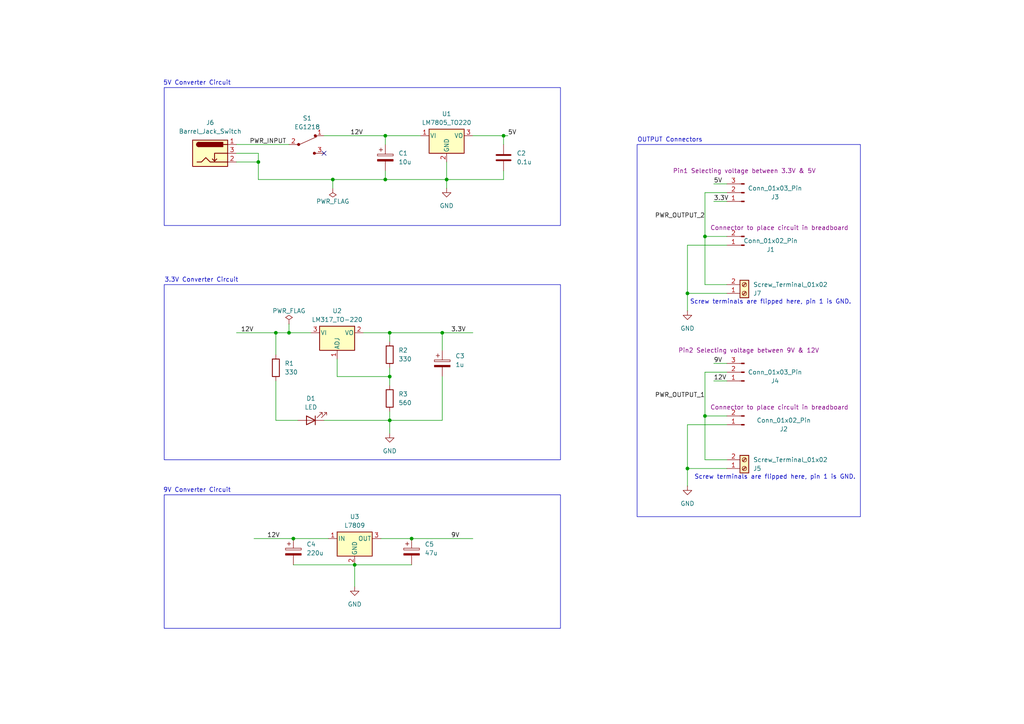
<source format=kicad_sch>
(kicad_sch (version 20231120) (generator "eeschema") (generator_version "8.0")
  (paper "A4")
  (title_block (title "Bread-Board Power supply") (date "2024-08-31") (rev "1") (company "Brijraj Kacha"))
  (lib_symbols
    (symbol "Connector:Barrel_Jack_Switch" (pin_names hide)
      (property "Reference" "J" (at 0 5.334 0))
      (property "Value" "Barrel_Jack_Switch" (at 0 -5.08 0))
      (symbol "Barrel_Jack_Switch_0_1"
        (rectangle (start -5.08 3.81) (end 5.08 -3.81) (stroke (width 0.254)) (fill (type background)))
        (arc (start -3.302 3.175) (mid -3.9343 2.54) (end -3.302 1.905) (stroke (width 0.254)))
        (arc (start -3.302 3.175) (mid -3.9343 2.54) (end -3.302 1.905) (stroke (width 0.254)) (fill (type outline)))
        (polyline (pts (xy 1.27 -2.286) (xy 1.905 -1.651)) (stroke (width 0.254)))
        (polyline (pts (xy 5.08 2.54) (xy 3.81 2.54)) (stroke (width 0.254)))
        (polyline (pts (xy 5.08 0) (xy 1.27 0) (xy 1.27 -2.286) (xy 0.635 -1.651)) (stroke (width 0.254)))
        (polyline (pts (xy -3.81 -2.54) (xy -2.54 -2.54) (xy -1.27 -1.27) (xy 0 -2.54) (xy 2.54 -2.54) (xy 5.08 -2.54)) (stroke (width 0.254)))
        (rectangle (start 3.683 3.175) (end -3.302 1.905) (stroke (width 0.254)) (fill (type outline)))
      )
      (symbol "Barrel_Jack_Switch_1_1"
        (pin passive line (at 7.62 2.54 180) (length 2.54) (name "~") (number "1"))
        (pin passive line (at 7.62 -2.54 180) (length 2.54) (name "~") (number "2"))
        (pin passive line (at 7.62 0 180) (length 2.54) (name "~") (number "3"))
      )
    )
    (symbol "Connector:Conn_01x02_Pin" (pin_names (offset 1.016) hide)
      (property "Reference" "J" (at 0 2.54 0))
      (property "Value" "Conn_01x02_Pin" (at 0 -5.08 0))
      (symbol "Conn_01x02_Pin_1_1"
        (polyline (pts (xy 1.27 -2.54) (xy 0.8636 -2.54)) (stroke (width 0.1524)))
        (polyline (pts (xy 1.27 0) (xy 0.8636 0)) (stroke (width 0.1524)))
        (rectangle (start 0.8636 -2.413) (end 0 -2.667) (stroke (width 0.1524)) (fill (type outline)))
        (rectangle (start 0.8636 0.127) (end 0 -0.127) (stroke (width 0.1524)) (fill (type outline)))
        (pin passive line (at 5.08 0 180) (length 3.81) (name "Pin_1") (number "1"))
        (pin passive line (at 5.08 -2.54 180) (length 3.81) (name "Pin_2") (number "2"))
      )
    )
    (symbol "Connector:Conn_01x03_Pin" (pin_names (offset 1.016) hide)
      (property "Reference" "J" (at 0 5.08 0))
      (property "Value" "Conn_01x03_Pin" (at 0 -5.08 0))
      (symbol "Conn_01x03_Pin_1_1"
        (polyline (pts (xy 1.27 -2.54) (xy 0.8636 -2.54)) (stroke (width 0.1524)))
        (polyline (pts (xy 1.27 0) (xy 0.8636 0)) (stroke (width 0.1524)))
        (polyline (pts (xy 1.27 2.54) (xy 0.8636 2.54)) (stroke (width 0.1524)))
        (rectangle (start 0.8636 -2.413) (end 0 -2.667) (stroke (width 0.1524)) (fill (type outline)))
        (rectangle (start 0.8636 0.127) (end 0 -0.127) (stroke (width 0.1524)) (fill (type outline)))
        (rectangle (start 0.8636 2.667) (end 0 2.413) (stroke (width 0.1524)) (fill (type outline)))
        (pin passive line (at 5.08 2.54 180) (length 3.81) (name "Pin_1") (number "1"))
        (pin passive line (at 5.08 0 180) (length 3.81) (name "Pin_2") (number "2"))
        (pin passive line (at 5.08 -2.54 180) (length 3.81) (name "Pin_3") (number "3"))
      )
    )
    (symbol "Connector:Screw_Terminal_01x02" (pin_names (offset 1.016) hide)
      (property "Reference" "J" (at 0 2.54 0))
      (property "Value" "Screw_Terminal_01x02" (at 0 -5.08 0))
      (symbol "Screw_Terminal_01x02_1_1"
        (rectangle (start -1.27 1.27) (end 1.27 -3.81) (stroke (width 0.254)) (fill (type background)))
        (circle (center 0 -2.54) (radius 0.635) (stroke (width 0.1524)))
        (polyline (pts (xy -0.5334 -2.2098) (xy 0.3302 -3.048)) (stroke (width 0.1524)))
        (polyline (pts (xy -0.5334 0.3302) (xy 0.3302 -0.508)) (stroke (width 0.1524)))
        (polyline (pts (xy -0.3556 -2.032) (xy 0.508 -2.8702)) (stroke (width 0.1524)))
        (polyline (pts (xy -0.3556 0.508) (xy 0.508 -0.3302)) (stroke (width 0.1524)))
        (circle (center 0 0) (radius 0.635) (stroke (width 0.1524)))
        (pin passive line (at -5.08 0 0) (length 3.81) (name "Pin_1") (number "1"))
        (pin passive line (at -5.08 -2.54 0) (length 3.81) (name "Pin_2") (number "2"))
      )
    )
    (symbol "Device:C" (pin_numbers hide) (pin_names (offset 0.254))
      (property "Reference" "C" (at 0.635 2.54 0))
      (property "Value" "C" (at 0.635 -2.54 0))
      (symbol "C_0_1"
        (polyline (pts (xy -2.032 -0.762) (xy 2.032 -0.762)) (stroke (width 0.508)))
        (polyline (pts (xy -2.032 0.762) (xy 2.032 0.762)) (stroke (width 0.508)))
      )
      (symbol "C_1_1"
        (pin passive line (at 0 3.81 270) (length 2.794) (name "~") (number "1"))
        (pin passive line (at 0 -3.81 90) (length 2.794) (name "~") (number "2"))
      )
    )
    (symbol "Device:C_Polarized" (pin_numbers hide) (pin_names (offset 0.254))
      (property "Reference" "C" (at 0.635 2.54 0))
      (property "Value" "C_Polarized" (at 0.635 -2.54 0))
      (symbol "C_Polarized_0_1"
        (rectangle (start -2.286 0.508) (end 2.286 1.016))
        (polyline (pts (xy -1.778 2.286) (xy -0.762 2.286)))
        (polyline (pts (xy -1.27 2.794) (xy -1.27 1.778)))
        (rectangle (start 2.286 -0.508) (end -2.286 -1.016) (fill (type outline)))
      )
      (symbol "C_Polarized_1_1"
        (pin passive line (at 0 3.81 270) (length 2.794) (name "~") (number "1"))
        (pin passive line (at 0 -3.81 90) (length 2.794) (name "~") (number "2"))
      )
    )
    (symbol "Device:LED" (pin_numbers hide) (pin_names (offset 1.016) hide)
      (property "Reference" "D" (at 0 2.54 0))
      (property "Value" "LED" (at 0 -2.54 0))
      (symbol "LED_0_1"
        (polyline (pts (xy -1.27 -1.27) (xy -1.27 1.27)) (stroke (width 0.254)))
        (polyline (pts (xy -1.27 0) (xy 1.27 0)))
        (polyline (pts (xy 1.27 -1.27) (xy 1.27 1.27) (xy -1.27 0) (xy 1.27 -1.27)) (stroke (width 0.254)))
        (polyline (pts (xy -3.048 -0.762) (xy -4.572 -2.286) (xy -3.81 -2.286) (xy -4.572 -2.286) (xy -4.572 -1.524)))
        (polyline (pts (xy -1.778 -0.762) (xy -3.302 -2.286) (xy -2.54 -2.286) (xy -3.302 -2.286) (xy -3.302 -1.524)))
      )
      (symbol "LED_1_1"
        (pin passive line (at -3.81 0 0) (length 2.54) (name "K") (number "1"))
        (pin passive line (at 3.81 0 180) (length 2.54) (name "A") (number "2"))
      )
    )
    (symbol "Device:R" (pin_numbers hide) (pin_names (offset 0))
      (property "Reference" "R" (at 2.032 0 90))
      (property "Value" "R" (at 0 0 90))
      (symbol "R_0_1"
        (rectangle (start -1.016 -2.54) (end 1.016 2.54) (stroke (width 0.254)))
      )
      (symbol "R_1_1"
        (pin passive line (at 0 3.81 270) (length 1.27) (name "~") (number "1"))
        (pin passive line (at 0 -3.81 90) (length 1.27) (name "~") (number "2"))
      )
    )
    (symbol "Regulator_Linear:L7809" (pin_names (offset 0.254))
      (property "Reference" "U" (at -3.81 3.175 0))
      (property "Value" "L7809" (at 0 3.175 0))
      (symbol "L7809_0_1"
        (rectangle (start -5.08 1.905) (end 5.08 -5.08) (stroke (width 0.254)) (fill (type background)))
      )
      (symbol "L7809_1_1"
        (pin power_in line (at -7.62 0 0) (length 2.54) (name "IN") (number "1"))
        (pin power_in line (at 0 -7.62 90) (length 2.54) (name "GND") (number "2"))
        (pin power_out line (at 7.62 0 180) (length 2.54) (name "OUT") (number "3"))
      )
    )
    (symbol "Regulator_Linear:LM317_TO-220" (pin_names (offset 0.254))
      (property "Reference" "U" (at -3.81 3.175 0))
      (property "Value" "LM317_TO-220" (at 0 3.175 0))
      (symbol "LM317_TO-220_0_1"
        (rectangle (start -5.08 1.905) (end 5.08 -5.08) (stroke (width 0.254)) (fill (type background)))
      )
      (symbol "LM317_TO-220_1_1"
        (pin input line (at 0 -7.62 90) (length 2.54) (name "ADJ") (number "1"))
        (pin power_out line (at 7.62 0 180) (length 2.54) (name "VO") (number "2"))
        (pin power_in line (at -7.62 0 0) (length 2.54) (name "VI") (number "3"))
      )
    )
    (symbol "Regulator_Linear:LM7805_TO220" (pin_names (offset 0.254))
      (property "Reference" "U" (at -3.81 3.175 0))
      (property "Value" "LM7805_TO220" (at 0 3.175 0))
      (symbol "LM7805_TO220_0_1"
        (rectangle (start -5.08 1.905) (end 5.08 -5.08) (stroke (width 0.254)) (fill (type background)))
      )
      (symbol "LM7805_TO220_1_1"
        (pin power_in line (at -7.62 0 0) (length 2.54) (name "VI") (number "1"))
        (pin power_in line (at 0 -7.62 90) (length 2.54) (name "GND") (number "2"))
        (pin power_out line (at 7.62 0 180) (length 2.54) (name "VO") (number "3"))
      )
    )
    (symbol "dk_Slide-Switches:EG1218" (pin_names (offset 0))
      (property "Reference" "S" (at -3.81 2.286 0))
      (property "Value" "EG1218" (at 0 -5.334 0))
      (symbol "EG1218_0_1"
        (circle (center -2.286 0) (radius 0.3556) (fill (type outline)))
        (polyline (pts (xy -2.032 0) (xy 3.048 2.286)))
        (circle (center 2.286 -2.54) (radius 0.3556) (fill (type outline)))
        (circle (center 2.54 2.54) (radius 0.3556) (fill (type outline)))
      )
      (symbol "EG1218_1_1"
        (pin passive line (at 5.08 2.54 180) (length 2.54) (name "~") (number "1"))
        (pin passive line (at -5.08 0 0) (length 2.54) (name "~") (number "2"))
        (pin passive line (at 5.08 -2.54 180) (length 2.54) (name "~") (number "3"))
      )
    )
    (symbol "power:GND" (power) (pin_numbers hide) (pin_names (offset 0) hide)
      (property "Value" "GND" (at 0 -3.81 0))
      (symbol "GND_0_1"
        (polyline (pts (xy 0 0) (xy 0 -1.27) (xy 1.27 -1.27) (xy 0 -2.54) (xy -1.27 -1.27) (xy 0 -1.27)))
      )
      (symbol "GND_1_1"
        (pin power_in line (at 0 0 270) (length 0) (name "~") (number "1"))
      )
    )
    (symbol "power:PWR_FLAG" (power) (pin_numbers hide) (pin_names (offset 0) hide)
      (property "Value" "PWR_FLAG" (at 0 3.81 0))
      (symbol "PWR_FLAG_0_0"
        (pin power_out line (at 0 0 90) (length 0) (name "~") (number "1"))
      )
      (symbol "PWR_FLAG_0_1"
        (polyline (pts (xy 0 0) (xy 0 1.27) (xy -1.016 1.905) (xy 0 2.54) (xy 1.016 1.905) (xy 0 1.27)))
      )
    )
  )
  (junction (at 113.03 121.92))
  (junction (at 85.09 156.21))
  (junction (at 129.54 52.07))
  (junction (at 111.76 52.07))
  (junction (at 102.87 163.83))
  (junction (at 111.76 39.37))
  (junction (at 199.39 135.89))
  (junction (at 74.93 46.99))
  (junction (at 80.01 96.52))
  (junction (at 146.05 39.37))
  (junction (at 204.47 120.65))
  (junction (at 128.27 96.52))
  (junction (at 96.52 52.07))
  (junction (at 113.03 109.22))
  (junction (at 119.38 156.21))
  (junction (at 113.03 96.52))
  (junction (at 204.47 68.58))
  (junction (at 83.82 96.52))
  (junction (at 199.39 85.09))
  (no_connect (at 93.98 44.45))
  (wire (pts (xy 207.01 110.49) (xy 210.82 110.49)))
  (wire (pts (xy 68.58 41.91) (xy 83.82 41.91)))
  (wire (pts (xy 119.38 156.21) (xy 137.16 156.21)))
  (wire (pts (xy 110.49 156.21) (xy 119.38 156.21)))
  (wire (pts (xy 128.27 121.92) (xy 113.03 121.92)))
  (wire (pts (xy 111.76 49.53) (xy 111.76 52.07)))
  (wire (pts (xy 113.03 96.52) (xy 128.27 96.52)))
  (wire (pts (xy 93.98 121.92) (xy 113.03 121.92)))
  (wire (pts (xy 80.01 110.49) (xy 80.01 121.92)))
  (wire (pts (xy 113.03 119.38) (xy 113.03 121.92)))
  (wire (pts (xy 105.41 96.52) (xy 113.03 96.52)))
  (wire (pts (xy 74.93 46.99) (xy 74.93 52.07)))
  (wire (pts (xy 102.87 163.83) (xy 102.87 170.18)))
  (wire (pts (xy 74.93 44.45) (xy 74.93 46.99)))
  (wire (pts (xy 74.93 52.07) (xy 96.52 52.07)))
  (wire (pts (xy 80.01 96.52) (xy 80.01 102.87)))
  (wire (pts (xy 199.39 123.19) (xy 199.39 135.89)))
  (wire (pts (xy 111.76 52.07) (xy 129.54 52.07)))
  (wire (pts (xy 199.39 123.19) (xy 210.82 123.19)))
  (wire (pts (xy 199.39 135.89) (xy 199.39 140.97)))
  (wire (pts (xy 68.58 44.45) (xy 74.93 44.45)))
  (wire (pts (xy 97.79 109.22) (xy 113.03 109.22)))
  (wire (pts (xy 128.27 96.52) (xy 137.16 96.52)))
  (wire (pts (xy 210.82 85.09) (xy 199.39 85.09)))
  (wire (pts (xy 204.47 68.58) (xy 204.47 82.55)))
  (wire (pts (xy 111.76 39.37) (xy 111.76 41.91)))
  (wire (pts (xy 96.52 52.07) (xy 111.76 52.07)))
  (wire (pts (xy 210.82 82.55) (xy 204.47 82.55)))
  (wire (pts (xy 113.03 109.22) (xy 113.03 111.76)))
  (wire (pts (xy 146.05 39.37) (xy 147.32 39.37)))
  (wire (pts (xy 83.82 96.52) (xy 90.17 96.52)))
  (wire (pts (xy 128.27 109.22) (xy 128.27 121.92)))
  (wire (pts (xy 73.66 156.21) (xy 85.09 156.21)))
  (wire (pts (xy 96.52 52.07) (xy 96.52 54.61)))
  (wire (pts (xy 102.87 163.83) (xy 119.38 163.83)))
  (wire (pts (xy 210.82 107.95) (xy 204.47 107.95)))
  (wire (pts (xy 146.05 49.53) (xy 146.05 52.07)))
  (wire (pts (xy 68.58 96.52) (xy 80.01 96.52)))
  (wire (pts (xy 80.01 96.52) (xy 83.82 96.52)))
  (wire (pts (xy 113.03 96.52) (xy 113.03 99.06)))
  (wire (pts (xy 204.47 120.65) (xy 210.82 120.65)))
  (wire (pts (xy 129.54 46.99) (xy 129.54 52.07)))
  (wire (pts (xy 199.39 71.12) (xy 199.39 85.09)))
  (wire (pts (xy 207.01 58.42) (xy 210.82 58.42)))
  (wire (pts (xy 97.79 104.14) (xy 97.79 109.22)))
  (wire (pts (xy 199.39 71.12) (xy 210.82 71.12)))
  (wire (pts (xy 207.01 105.41) (xy 210.82 105.41)))
  (wire (pts (xy 204.47 68.58) (xy 210.82 68.58)))
  (wire (pts (xy 204.47 107.95) (xy 204.47 120.65)))
  (wire (pts (xy 85.09 156.21) (xy 95.25 156.21)))
  (wire (pts (xy 129.54 52.07) (xy 129.54 54.61)))
  (wire (pts (xy 146.05 39.37) (xy 146.05 41.91)))
  (wire (pts (xy 111.76 39.37) (xy 121.92 39.37)))
  (wire (pts (xy 204.47 133.35) (xy 210.82 133.35)))
  (wire (pts (xy 207.01 53.34) (xy 210.82 53.34)))
  (wire (pts (xy 85.09 163.83) (xy 102.87 163.83)))
  (wire (pts (xy 146.05 52.07) (xy 129.54 52.07)))
  (wire (pts (xy 93.98 39.37) (xy 111.76 39.37)))
  (wire (pts (xy 68.58 46.99) (xy 74.93 46.99)))
  (wire (pts (xy 128.27 96.52) (xy 128.27 101.6)))
  (wire (pts (xy 113.03 109.22) (xy 113.03 106.68)))
  (wire (pts (xy 113.03 121.92) (xy 113.03 125.73)))
  (wire (pts (xy 199.39 135.89) (xy 210.82 135.89)))
  (wire (pts (xy 204.47 55.88) (xy 204.47 68.58)))
  (wire (pts (xy 204.47 55.88) (xy 210.82 55.88)))
  (wire (pts (xy 204.47 133.35) (xy 204.47 120.65)))
  (wire (pts (xy 83.82 96.52) (xy 83.82 93.98)))
  (wire (pts (xy 80.01 121.92) (xy 86.36 121.92)))
  (wire (pts (xy 137.16 39.37) (xy 146.05 39.37)))
  (wire (pts (xy 199.39 85.09) (xy 199.39 90.17)))
  (rectangle (start 47.625 82.55) (end 162.56 133.35))
  (rectangle (start 47.625 143.51) (end 162.56 182.245))
  (rectangle (start 184.785 41.91) (end 249.555 149.86))
  (rectangle (start 47.625 25.4) (end 162.56 65.405))
  (text "5V Converter Circuit" (at 57.15 24.13 0) (effects (font (size 1.27 1.27))))
  (text "Screw terminals are flipped here, pin 1 is GND." (at 224.79 138.43 0) (effects (font (size 1.27 1.27))))
  (text "9V Converter Circuit\n" (at 57.15 142.24 0) (effects (font (size 1.27 1.27))))
  (text "OUTPUT Connectors" (at 194.31 40.64 0) (effects (font (size 1.27 1.27))))
  (text "3.3V Converter Circuit" (at 58.42 81.28 0) (effects (font (size 1.27 1.27))))
  (text "Screw terminals are flipped here, pin 1 is GND." (at 223.52 87.63 0) (effects (font (size 1.27 1.27))))
  (label "9V" (at 207.01 105.41 0))
  (label "12V" (at 207.01 110.49 0))
  (label "5V" (at 207.01 53.34 0))
  (label "5V" (at 147.32 39.37 0))
  (label "PWR_INPUT" (at 72.39 41.91 0))
  (label "PWR_OUTPUT_2" (at 204.47 63.5 180))
  (label "12V" (at 77.47 156.21 0))
  (label "3.3V" (at 207.01 58.42 0))
  (label "12V" (at 69.85 96.52 0))
  (label "9V" (at 130.81 156.21 0))
  (label "3.3V" (at 130.81 96.52 0))
  (label "12V" (at 101.6 39.37 0))
  (label "PWR_OUTPUT_1" (at 204.47 115.57 180))
  (symbol (lib_id "Connector:Conn_01x02_Pin") (at 215.9 123.19 180) (unit 1)
    (property "Reference" "J2" (at 227.33 124.46 0))
    (property "Value" "Conn_01x02_Pin" (at 227.33 121.92 0))
    (property "Footprint" "Connector_PinHeader_2.54mm:PinHeader_1x02_P2.54mm_Vertical" (effects (hide yes)))
    (property "Description" "Generic connector, single row, 01x02, script generated" (effects (hide yes)))
    (property "Purpose" "Connector to place circuit in breadboard" (at 226.06 118.11 0))
  )
  (symbol (lib_id "Device:R") (at 80.01 106.68 180) (unit 1)
    (property "Reference" "R1" (at 82.55 105.4099 0) (effects (justify right)))
    (property "Value" "330" (at 82.55 107.9499 0) (effects (justify right)))
    (property "Footprint" "Resistor_THT:R_Axial_DIN0204_L3.6mm_D1.6mm_P7.62mm_Horizontal" (effects (hide yes)))
    (property "Description" "Resistor" (effects (hide yes)))
  )
  (symbol (lib_id "Device:C") (at 146.05 45.72 0) (unit 1)
    (property "Reference" "C2" (at 149.86 44.45 0) (effects (justify left)))
    (property "Value" "0.1u" (at 149.86 46.99 0) (effects (justify left)))
    (property "Footprint" "Capacitor_THT:C_Disc_D3.0mm_W1.6mm_P2.50mm" (effects (hide yes)))
    (property "Description" "Unpolarized capacitor" (effects (hide yes)))
  )
  (symbol (lib_id "Connector:Screw_Terminal_01x02") (at 215.9 85.09 0) (mirror x) (unit 1)
    (property "Reference" "J7" (at 218.44 85.0901 0) (effects (justify left)))
    (property "Value" "Screw_Terminal_01x02" (at 218.44 82.5501 0) (effects (justify left)))
    (property "Footprint" "TerminalBlock:TerminalBlock_bornier-2_P5.08mm" (effects (hide yes)))
    (property "Description" "Generic screw terminal, single row, 01x02, script generated (kicad-library-utils/schlib/autogen/connector/)" (effects (hide yes)))
  )
  (symbol (lib_id "Device:C_Polarized") (at 119.38 160.02 0) (unit 1)
    (property "Reference" "C5" (at 123.19 157.8609 0) (effects (justify left)))
    (property "Value" "47u" (at 123.19 160.4009 0) (effects (justify left)))
    (property "Footprint" "Capacitor_THT:CP_Radial_D6.3mm_P2.50mm" (effects (hide yes)))
    (property "Description" "Polarized capacitor" (effects (hide yes)))
  )
  (symbol (lib_id "Connector:Barrel_Jack_Switch") (at 60.96 44.45 0) (unit 1)
    (property "Reference" "J6" (at 60.96 35.56 0))
    (property "Value" "Barrel_Jack_Switch" (at 60.96 38.1 0))
    (property "Footprint" "Connector_BarrelJack:BarrelJack_Horizontal" (effects (hide yes)))
    (property "Description" "DC Barrel Jack with an internal switch" (effects (hide yes)))
  )
  (symbol (lib_id "Device:C_Polarized") (at 85.09 160.02 0) (unit 1)
    (property "Reference" "C4" (at 88.9 157.8609 0) (effects (justify left)))
    (property "Value" "220u" (at 88.9 160.4009 0) (effects (justify left)))
    (property "Footprint" "Capacitor_THT:CP_Radial_D6.3mm_P2.50mm" (effects (hide yes)))
    (property "Description" "Polarized capacitor" (effects (hide yes)))
  )
  (symbol (lib_id "Device:LED") (at 90.17 121.92 180) (unit 1)
    (property "Reference" "D1" (at 90.17 115.57 0))
    (property "Value" "LED" (at 90.17 118.11 0))
    (property "Footprint" "LED_THT:LED_D5.0mm" (effects (hide yes)))
    (property "Description" "Light emitting diode" (effects (hide yes)))
  )
  (symbol (lib_id "Connector:Screw_Terminal_01x02") (at 215.9 135.89 0) (mirror x) (unit 1)
    (property "Reference" "J5" (at 218.44 135.8901 0) (effects (justify left)))
    (property "Value" "Screw_Terminal_01x02" (at 218.44 133.3501 0) (effects (justify left)))
    (property "Footprint" "TerminalBlock:TerminalBlock_bornier-2_P5.08mm" (effects (hide yes)))
    (property "Description" "Generic screw terminal, single row, 01x02, script generated (kicad-library-utils/schlib/autogen/connector/)" (effects (hide yes)))
  )
  (symbol (lib_id "power:GND") (at 199.39 140.97 0) (unit 1)
    (property "Reference" "#PWR03" (effects (hide yes)))
    (property "Value" "GND" (at 199.39 146.05 0))
    (property "Description" "Power symbol creates a global label with name \"GND\" , ground" (effects (hide yes)))
  )
  (symbol (lib_id "power:GND") (at 199.39 90.17 0) (unit 1)
    (property "Reference" "#PWR04" (effects (hide yes)))
    (property "Value" "GND" (at 199.39 95.25 0))
    (property "Description" "Power symbol creates a global label with name \"GND\" , ground" (effects (hide yes)))
  )
  (symbol (lib_id "power:PWR_FLAG") (at 83.82 93.98 0) (unit 1)
    (property "Reference" "#FLG02" (effects (hide yes)))
    (property "Value" "PWR_FLAG" (at 83.82 90.17 0))
    (property "Description" "Special symbol for telling ERC where power comes from" (effects (hide yes)))
  )
  (symbol (lib_id "Regulator_Linear:L7809") (at 102.87 156.21 0) (unit 1)
    (property "Reference" "U3" (at 102.87 149.86 0))
    (property "Value" "L7809" (at 102.87 152.4 0))
    (property "Footprint" "L7809CV:TO255P1020X450X1968-3B" (effects (hide yes)))
    (property "Datasheet" "http://www.st.com/content/ccc/resource/technical/document/datasheet/41/4f/b3/b0/12/d4/47/88/CD00000444.pdf/files/CD00000444.pdf/jcr:content/translations/en.CD00000444.pdf" (effects (hide yes)))
    (property "Description" "Positive 1.5A 35V Linear Regulator, Fixed Output 9V, TO-220/TO-263/TO-252" (effects (hide yes)))
  )
  (symbol (lib_id "Regulator_Linear:LM7805_TO220") (at 129.54 39.37 0) (unit 1)
    (property "Reference" "U1" (at 129.54 33.02 0))
    (property "Value" "LM7805_TO220" (at 129.54 35.56 0))
    (property "Footprint" "Package_TO_SOT_THT:TO-220-3_Vertical" (effects (hide yes)))
    (property "Datasheet" "https://www.onsemi.cn/PowerSolutions/document/MC7800-D.PDF" (effects (hide yes)))
    (property "Description" "Positive 1A 35V Linear Regulator, Fixed Output 5V, TO-220" (effects (hide yes)))
  )
  (symbol (lib_id "Regulator_Linear:LM317_TO-220") (at 97.79 96.52 0) (unit 1)
    (property "Reference" "U2" (at 97.79 90.17 0))
    (property "Value" "LM317_TO-220" (at 97.79 92.71 0))
    (property "Footprint" "Package_TO_SOT_THT:TO-220-3_Vertical" (effects (hide yes)))
    (property "Datasheet" "http://www.ti.com/lit/ds/symlink/lm317.pdf" (effects (hide yes)))
    (property "Description" "1.5A 35V Adjustable Linear Regulator, TO-220" (effects (hide yes)))
  )
  (symbol (lib_id "power:GND") (at 113.03 125.73 0) (unit 1)
    (property "Reference" "#PWR02" (effects (hide yes)))
    (property "Value" "GND" (at 113.03 130.81 0))
    (property "Description" "Power symbol creates a global label with name \"GND\" , ground" (effects (hide yes)))
  )
  (symbol (lib_id "Device:C_Polarized") (at 128.27 105.41 0) (unit 1)
    (property "Reference" "C3" (at 132.08 103.2509 0) (effects (justify left)))
    (property "Value" "1u" (at 132.08 105.7909 0) (effects (justify left)))
    (property "Footprint" "Capacitor_THT:CP_Radial_D6.3mm_P2.50mm" (effects (hide yes)))
    (property "Description" "Polarized capacitor" (effects (hide yes)))
  )
  (symbol (lib_id "Device:R") (at 113.03 115.57 180) (unit 1)
    (property "Reference" "R3" (at 115.57 114.2999 0) (effects (justify right)))
    (property "Value" "560" (at 115.57 116.8399 0) (effects (justify right)))
    (property "Footprint" "Resistor_THT:R_Axial_DIN0204_L3.6mm_D1.6mm_P7.62mm_Horizontal" (effects (hide yes)))
    (property "Description" "Resistor" (effects (hide yes)))
  )
  (symbol (lib_id "Connector:Conn_01x03_Pin") (at 215.9 55.88 180) (unit 1)
    (property "Reference" "J3" (at 224.79 57.15 0))
    (property "Value" "Conn_01x03_Pin" (at 224.79 54.61 0))
    (property "Footprint" "Connector_PinHeader_2.54mm:PinHeader_1x03_P2.54mm_Vertical" (effects (hide yes)))
    (property "Description" "Generic connector, single row, 01x03, script generated" (effects (hide yes)))
    (property "Purpose" "Pin1 Selecting voltage between 3.3V & 5V" (at 215.9 49.53 0))
  )
  (symbol (lib_id "power:PWR_FLAG") (at 96.52 54.61 180) (unit 1)
    (property "Reference" "#FLG01" (effects (hide yes)))
    (property "Value" "PWR_FLAG" (at 96.52 58.42 0))
    (property "Description" "Special symbol for telling ERC where power comes from" (effects (hide yes)))
  )
  (symbol (lib_id "dk_Slide-Switches:EG1218") (at 88.9 41.91 0) (unit 1)
    (property "Reference" "S1" (at 89.1032 34.29 0))
    (property "Value" "EG1218" (at 89.1032 36.83 0))
    (property "Footprint" "digikey-footprints:Switch_Slide_11.6x4mm_EG1218" (effects (hide yes)))
    (property "Datasheet" "http://spec_sheets.e-switch.com/specs/P040040.pdf" (effects (hide yes)))
    (property "Description" "SWITCH SLIDE SPDT 200MA 30V" (effects (hide yes)))
    (property "Digi-Key_PN" "EG1903-ND" (effects (hide yes)))
    (property "MPN" "EG1218" (effects (hide yes)))
    (property "Category" "Switches" (effects (hide yes)))
    (property "Family" "Slide Switches" (effects (hide yes)))
    (property "DK_Datasheet_Link" "http://spec_sheets.e-switch.com/specs/P040040.pdf" (effects (hide yes)))
    (property "DK_Detail_Page" "/product-detail/en/e-switch/EG1218/EG1903-ND/101726" (effects (hide yes)))
    (property "Description_1" "SWITCH SLIDE SPDT 200MA 30V" (effects (hide yes)))
    (property "Manufacturer" "E-Switch" (effects (hide yes)))
    (property "Status" "Active" (effects (hide yes)))
  )
  (symbol (lib_id "Device:R") (at 113.03 102.87 180) (unit 1)
    (property "Reference" "R2" (at 115.57 101.5999 0) (effects (justify right)))
    (property "Value" "330" (at 115.57 104.1399 0) (effects (justify right)))
    (property "Footprint" "Resistor_THT:R_Axial_DIN0204_L3.6mm_D1.6mm_P7.62mm_Horizontal" (effects (hide yes)))
    (property "Description" "Resistor" (effects (hide yes)))
  )
  (symbol (lib_id "Device:C_Polarized") (at 111.76 45.72 0) (unit 1)
    (property "Reference" "C1" (at 115.57 44.45 0) (effects (justify left)))
    (property "Value" "10u" (at 115.57 46.99 0) (effects (justify left)))
    (property "Footprint" "Capacitor_THT:CP_Radial_D6.3mm_P2.50mm" (effects (hide yes)))
    (property "Description" "Polarized capacitor" (effects (hide yes)))
  )
  (symbol (lib_id "Connector:Conn_01x02_Pin") (at 215.9 71.12 180) (unit 1)
    (property "Reference" "J1" (at 223.52 72.39 0))
    (property "Value" "Conn_01x02_Pin" (at 223.52 69.85 0))
    (property "Footprint" "Connector_PinHeader_2.54mm:PinHeader_1x02_P2.54mm_Vertical" (effects (hide yes)))
    (property "Description" "Generic connector, single row, 01x02, script generated" (effects (hide yes)))
    (property "Purpose" "Connector to place circuit in breadboard" (at 226.06 66.04 0))
  )
  (symbol (lib_id "Connector:Conn_01x03_Pin") (at 215.9 107.95 180) (unit 1)
    (property "Reference" "J4" (at 224.79 110.49 0))
    (property "Value" "Conn_01x03_Pin" (at 224.79 107.95 0))
    (property "Footprint" "Connector_PinHeader_2.54mm:PinHeader_1x03_P2.54mm_Vertical" (effects (hide yes)))
    (property "Description" "Generic connector, single row, 01x03, script generated" (effects (hide yes)))
    (property "Purpose" "Pin2 Selecting voltage between 9V & 12V" (at 217.17 101.6 0))
  )
  (symbol (lib_id "power:GND") (at 102.87 170.18 0) (unit 1)
    (property "Reference" "#PWR05" (effects (hide yes)))
    (property "Value" "GND" (at 102.87 175.26 0))
    (property "Description" "Power symbol creates a global label with name \"GND\" , ground" (effects (hide yes)))
  )
  (symbol (lib_id "power:GND") (at 129.54 54.61 0) (unit 1)
    (property "Reference" "#PWR01" (effects (hide yes)))
    (property "Value" "GND" (at 129.54 59.69 0))
    (property "Description" "Power symbol creates a global label with name \"GND\" , ground" (effects (hide yes)))
  )
)
</source>
